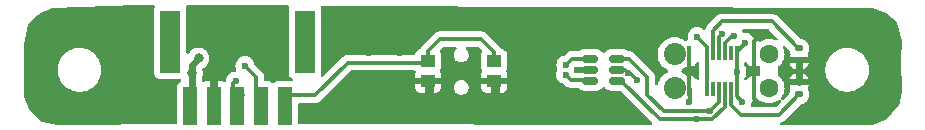
<source format=gbr>
%TF.GenerationSoftware,KiCad,Pcbnew,8.0.5*%
%TF.CreationDate,2025-06-09T13:31:45+03:00*%
%TF.ProjectId,Secondary Board,5365636f-6e64-4617-9279-20426f617264,rev?*%
%TF.SameCoordinates,Original*%
%TF.FileFunction,Copper,L1,Top*%
%TF.FilePolarity,Positive*%
%FSLAX46Y46*%
G04 Gerber Fmt 4.6, Leading zero omitted, Abs format (unit mm)*
G04 Created by KiCad (PCBNEW 8.0.5) date 2025-06-09 13:31:45*
%MOMM*%
%LPD*%
G01*
G04 APERTURE LIST*
G04 Aperture macros list*
%AMRoundRect*
0 Rectangle with rounded corners*
0 $1 Rounding radius*
0 $2 $3 $4 $5 $6 $7 $8 $9 X,Y pos of 4 corners*
0 Add a 4 corners polygon primitive as box body*
4,1,4,$2,$3,$4,$5,$6,$7,$8,$9,$2,$3,0*
0 Add four circle primitives for the rounded corners*
1,1,$1+$1,$2,$3*
1,1,$1+$1,$4,$5*
1,1,$1+$1,$6,$7*
1,1,$1+$1,$8,$9*
0 Add four rect primitives between the rounded corners*
20,1,$1+$1,$2,$3,$4,$5,0*
20,1,$1+$1,$4,$5,$6,$7,0*
20,1,$1+$1,$6,$7,$8,$9,0*
20,1,$1+$1,$8,$9,$2,$3,0*%
G04 Aperture macros list end*
%TA.AperFunction,SMDPad,CuDef*%
%ADD10R,1.244600X3.200400*%
%TD*%
%TA.AperFunction,SMDPad,CuDef*%
%ADD11R,1.752600X5.359400*%
%TD*%
%TA.AperFunction,SMDPad,CuDef*%
%ADD12RoundRect,0.135000X0.185000X-0.135000X0.185000X0.135000X-0.185000X0.135000X-0.185000X-0.135000X0*%
%TD*%
%TA.AperFunction,SMDPad,CuDef*%
%ADD13R,0.300000X1.150000*%
%TD*%
%TA.AperFunction,ComponentPad*%
%ADD14C,1.875000*%
%TD*%
%TA.AperFunction,ComponentPad*%
%ADD15C,1.600000*%
%TD*%
%TA.AperFunction,SMDPad,CuDef*%
%ADD16R,1.200000X1.000000*%
%TD*%
%TA.AperFunction,SMDPad,CuDef*%
%ADD17RoundRect,0.150000X-0.512500X-0.150000X0.512500X-0.150000X0.512500X0.150000X-0.512500X0.150000X0*%
%TD*%
%TA.AperFunction,SMDPad,CuDef*%
%ADD18RoundRect,0.135000X-0.185000X0.135000X-0.185000X-0.135000X0.185000X-0.135000X0.185000X0.135000X0*%
%TD*%
%TA.AperFunction,ViaPad*%
%ADD19C,0.600000*%
%TD*%
%TA.AperFunction,ViaPad*%
%ADD20C,0.800000*%
%TD*%
%TA.AperFunction,Conductor*%
%ADD21C,0.300000*%
%TD*%
%TA.AperFunction,Conductor*%
%ADD22C,0.500000*%
%TD*%
%TA.AperFunction,Conductor*%
%ADD23C,0.600000*%
%TD*%
%TA.AperFunction,Conductor*%
%ADD24C,0.200000*%
%TD*%
%TA.AperFunction,Conductor*%
%ADD25C,0.700000*%
%TD*%
G04 APERTURE END LIST*
D10*
%TO.P,J3,1,1*%
%TO.N,/SIG*%
X132366600Y-97929999D03*
%TO.P,J3,2,2*%
%TO.N,/USB_N*%
X130366601Y-97929999D03*
%TO.P,J3,3,3*%
%TO.N,/USB_P*%
X128366600Y-97929999D03*
%TO.P,J3,4,4*%
%TO.N,GND*%
X126366599Y-97929999D03*
%TO.P,J3,5,5*%
%TO.N,/VBUS*%
X124366600Y-97929999D03*
D11*
%TO.P,J3,6*%
%TO.N,N/C*%
X134066601Y-92450000D03*
%TO.P,J3,7*%
X122666599Y-92450000D03*
%TD*%
D12*
%TO.P,R2,1,1*%
%TO.N,/CC2*%
X175925000Y-96935000D03*
%TO.P,R2,2,2*%
%TO.N,GND*%
X175925000Y-95915000D03*
%TD*%
D13*
%TO.P,J1,A1,GND_1*%
%TO.N,GND*%
X166625000Y-93465000D03*
%TO.P,J1,A4,VBUS_1*%
%TO.N,/VBUS*%
X168125000Y-93465000D03*
%TO.P,J1,A5,CC1*%
%TO.N,/CC1*%
X168625000Y-93465000D03*
%TO.P,J1,A6,DP1*%
%TO.N,/USB_C_P*%
X169125000Y-93465000D03*
%TO.P,J1,A7,DN1*%
%TO.N,/USB_C_N*%
X169625000Y-93465000D03*
%TO.P,J1,A8,SBU1*%
%TO.N,unconnected-(J1-SBU1-PadA8)*%
X170125000Y-93465000D03*
%TO.P,J1,A9,VBUS_2*%
%TO.N,/VBUS*%
X170625000Y-93465000D03*
%TO.P,J1,A12,GND_2*%
%TO.N,GND*%
X172125000Y-93465000D03*
%TO.P,J1,B1,GND_3*%
X172125000Y-96435000D03*
%TO.P,J1,B4,VBUS_3*%
%TO.N,/VBUS*%
X170625000Y-96435000D03*
%TO.P,J1,B5,CC2*%
%TO.N,/CC2*%
X170125000Y-96435000D03*
%TO.P,J1,B6,DP2*%
%TO.N,/USB_C_P*%
X169625000Y-96435000D03*
%TO.P,J1,B7,DN2*%
%TO.N,/USB_C_N*%
X169125000Y-96435000D03*
%TO.P,J1,B8,SBU2*%
%TO.N,unconnected-(J1-SBU2-PadB8)*%
X168625000Y-96435000D03*
%TO.P,J1,B9,VBUS_4*%
%TO.N,/VBUS*%
X168125000Y-96435000D03*
%TO.P,J1,B12,GND_4*%
%TO.N,GND*%
X166625000Y-96435000D03*
D14*
%TO.P,J1,MH1,MH1*%
%TO.N,unconnected-(J1-PadMH1)*%
X165375000Y-93520000D03*
D15*
%TO.P,J1,MH2,MH2*%
%TO.N,unconnected-(J1-PadMH2)*%
X173375000Y-93520000D03*
%TO.P,J1,MH3,MH3*%
%TO.N,unconnected-(J1-PadMH3)*%
X173375000Y-96380000D03*
D14*
%TO.P,J1,MH4,MH4*%
%TO.N,unconnected-(J1-PadMH4)*%
X165375000Y-96380000D03*
%TD*%
D16*
%TO.P,S2,1,1*%
%TO.N,/SIG*%
X150100000Y-94100000D03*
%TO.P,S2,2,2*%
%TO.N,GND*%
X150100000Y-95800000D03*
%TO.P,S2,3,3*%
%TO.N,/SIG*%
X144500000Y-94100000D03*
%TO.P,S2,4,4*%
%TO.N,GND*%
X144500000Y-95800000D03*
%TD*%
D17*
%TO.P,B1,1,I/O1_1*%
%TO.N,/USB_N*%
X158237500Y-93898000D03*
%TO.P,B1,2,GND*%
%TO.N,GND*%
X158237500Y-94848000D03*
%TO.P,B1,3,I/O2_1*%
%TO.N,/USB_P*%
X158237500Y-95798000D03*
%TO.P,B1,4,I/O2_2*%
%TO.N,/USB_C_P*%
X160512500Y-95798000D03*
%TO.P,B1,5,VBUS*%
%TO.N,/VBUS*%
X160512500Y-94848000D03*
%TO.P,B1,6,I/O1_2*%
%TO.N,/USB_C_N*%
X160512500Y-93898000D03*
%TD*%
D18*
%TO.P,R1,1,1*%
%TO.N,/CC1*%
X175925000Y-93015000D03*
%TO.P,R1,2,2*%
%TO.N,GND*%
X175925000Y-94035000D03*
%TD*%
D19*
%TO.N,/USB_C_P*%
X169415380Y-91788380D03*
X167275000Y-99048000D03*
%TO.N,/USB_C_N*%
X170389944Y-91953896D03*
X168337000Y-98348000D03*
%TO.N,/USB_N*%
X156162932Y-94433492D03*
X129000000Y-94500000D03*
%TO.N,GND*%
X175925000Y-95025000D03*
D20*
X113050000Y-91550000D03*
D19*
X154675000Y-93400000D03*
D20*
X179900000Y-98700000D03*
X163039944Y-93603896D03*
X111450000Y-96400000D03*
D19*
X166575000Y-97548000D03*
D20*
X147700000Y-98650000D03*
X139950000Y-98200000D03*
X113800000Y-98100000D03*
D19*
X166775000Y-94848000D03*
D20*
X120500000Y-91150000D03*
X117550000Y-91450000D03*
X134750000Y-98150000D03*
D19*
X144775000Y-96775000D03*
D20*
X137000000Y-98150000D03*
X182650000Y-91550000D03*
X159789944Y-97253896D03*
X155675000Y-98725000D03*
D19*
X129200000Y-93300000D03*
D20*
X161439944Y-98803896D03*
X111550000Y-93600000D03*
X177425000Y-98075000D03*
D19*
X139500000Y-93450000D03*
X171975000Y-94848000D03*
D20*
X119550000Y-93625000D03*
X150400000Y-98675000D03*
X182450000Y-97900000D03*
X126350000Y-95599998D03*
X152675000Y-98650000D03*
D19*
X157120840Y-94848000D03*
D20*
X119400000Y-96400000D03*
X177900000Y-91275000D03*
D19*
X124700000Y-90800000D03*
D20*
X142350000Y-98475000D03*
X144925000Y-98550000D03*
D19*
X172575000Y-97748000D03*
D20*
X138500000Y-96600000D03*
X120525000Y-98475000D03*
D19*
X153050000Y-93400000D03*
X137250000Y-93450000D03*
D20*
X154200000Y-97350000D03*
X156989944Y-97253896D03*
X179950000Y-90800000D03*
D19*
X172575000Y-91948000D03*
D20*
X141300000Y-96750000D03*
D19*
X142150000Y-93450000D03*
X131500000Y-93450000D03*
X127450000Y-94300000D03*
D20*
X117150000Y-97950000D03*
X158389944Y-98753896D03*
X183400000Y-94950000D03*
D19*
X150300000Y-96875000D03*
%TO.N,/USB_P*%
X156154234Y-95277449D03*
X128200000Y-95800000D03*
%TO.N,/VBUS*%
X171375000Y-92548000D03*
D20*
X125075000Y-93875000D03*
D19*
X171075000Y-97548000D03*
X167275000Y-92048000D03*
X161450000Y-95150000D03*
X162150000Y-95750000D03*
X170655000Y-95028000D03*
D20*
X124525000Y-95100000D03*
%TD*%
D21*
%TO.N,/CC1*%
X173594048Y-90748000D02*
X175864944Y-93018896D01*
X168625000Y-91518840D02*
X169395840Y-90748000D01*
X169395840Y-90748000D02*
X173594048Y-90748000D01*
X168625000Y-93465000D02*
X168625000Y-91518840D01*
%TO.N,/USB_C_P*%
X164123000Y-99048000D02*
X160873000Y-95798000D01*
X169415380Y-91788380D02*
X169125000Y-92078760D01*
X168575000Y-99048000D02*
X164123000Y-99048000D01*
X169125000Y-92078760D02*
X169125000Y-93465000D01*
X160873000Y-95798000D02*
X160512500Y-95798000D01*
X169625000Y-97998000D02*
X168575000Y-99048000D01*
X169625000Y-96435000D02*
X169625000Y-97998000D01*
%TO.N,/USB_C_N*%
X168337000Y-98348000D02*
X169125000Y-97560000D01*
X169625000Y-92590000D02*
X169625000Y-93465000D01*
X163075000Y-96938000D02*
X163075000Y-95475000D01*
X163075000Y-95475000D02*
X161498000Y-93898000D01*
X170389944Y-91953896D02*
X170261104Y-91953896D01*
X164485000Y-98348000D02*
X163075000Y-96938000D01*
X170261104Y-91953896D02*
X169625000Y-92590000D01*
X161498000Y-93898000D02*
X160512500Y-93898000D01*
X169125000Y-97560000D02*
X169125000Y-96435000D01*
X168337000Y-98348000D02*
X164485000Y-98348000D01*
%TO.N,/CC2*%
X170125000Y-96435000D02*
X170125000Y-97798000D01*
X170125000Y-97798000D02*
X170975000Y-98648000D01*
X170975000Y-98648000D02*
X174212000Y-98648000D01*
X174212000Y-98648000D02*
X175925000Y-96935000D01*
%TO.N,/USB_N*%
X129950000Y-96626423D02*
X130425000Y-97101423D01*
X129950000Y-95450000D02*
X129950000Y-96626423D01*
X156162932Y-94433492D02*
X156698424Y-93898000D01*
X156698424Y-93898000D02*
X158237500Y-93898000D01*
X129000000Y-94500000D02*
X129950000Y-95450000D01*
%TO.N,GND*%
X172125000Y-92398000D02*
X172575000Y-91948000D01*
D22*
X150300000Y-95800000D02*
X150300000Y-96875000D01*
D21*
X172125000Y-93465000D02*
X172125000Y-92398000D01*
X172125000Y-94698000D02*
X172125000Y-93465000D01*
X166625000Y-96435000D02*
X166625000Y-94998000D01*
D23*
X175925000Y-94035000D02*
X175925000Y-95025000D01*
D21*
X172125000Y-96435000D02*
X172125000Y-97298000D01*
D24*
X166625000Y-94998000D02*
X166775000Y-94848000D01*
X166625000Y-94698000D02*
X166775000Y-94848000D01*
D21*
X166662500Y-97460500D02*
X166662500Y-96435000D01*
D22*
X158450000Y-94848000D02*
X157120840Y-94848000D01*
D21*
X171975000Y-94848000D02*
X172125000Y-94998000D01*
X166625000Y-93465000D02*
X166625000Y-94698000D01*
X166575000Y-97548000D02*
X166662500Y-97460500D01*
D22*
X144775000Y-95700000D02*
X144775000Y-96775000D01*
D21*
X171975000Y-94848000D02*
X172125000Y-94698000D01*
D23*
X175925000Y-95915000D02*
X175925000Y-95025000D01*
D25*
X126350000Y-95650000D02*
X126350000Y-98024996D01*
D21*
X172125000Y-97298000D02*
X172575000Y-97748000D01*
X172125000Y-94998000D02*
X172125000Y-96435000D01*
%TO.N,/USB_P*%
X128200000Y-95800000D02*
X128000000Y-96000000D01*
X128000000Y-96000000D02*
X128000000Y-97346523D01*
X156593181Y-95716396D02*
X158596194Y-95716396D01*
X128625000Y-96801423D02*
X128825000Y-97001423D01*
X156154234Y-95277449D02*
X156593181Y-95716396D01*
%TO.N,/VBUS*%
X170625000Y-96435000D02*
X170625000Y-97098000D01*
D23*
X124525000Y-96978600D02*
X124525000Y-94425000D01*
X124525000Y-94425000D02*
X125125001Y-93824999D01*
D21*
X168125000Y-92898000D02*
X167275000Y-92048000D01*
X161550000Y-95150000D02*
X161562500Y-95150000D01*
X161148000Y-94848000D02*
X161450000Y-95150000D01*
X161475000Y-95125000D02*
X161475000Y-95048000D01*
X170625000Y-97098000D02*
X171075000Y-97548000D01*
X162150000Y-95737500D02*
X162150000Y-95750000D01*
X161450000Y-95150000D02*
X161475000Y-95125000D01*
X160300000Y-94848000D02*
X161148000Y-94848000D01*
X171375000Y-92548000D02*
X170625000Y-93298000D01*
X161562500Y-95150000D02*
X162150000Y-95737500D01*
X170625000Y-93298000D02*
X170625000Y-93465000D01*
X168125000Y-96435000D02*
X168125000Y-93465000D01*
X170625000Y-96435000D02*
X170625000Y-93465000D01*
X168125000Y-93465000D02*
X168125000Y-92898000D01*
%TO.N,/SIG*%
X149000000Y-92250000D02*
X150100000Y-93350000D01*
X145500000Y-92250000D02*
X149000000Y-92250000D01*
X144500000Y-93250000D02*
X145500000Y-92250000D01*
X137700000Y-94250000D02*
X144350000Y-94250000D01*
X132098577Y-97001423D02*
X134948577Y-97001423D01*
X144500000Y-94100000D02*
X144675000Y-94100000D01*
X144675000Y-94100000D02*
X144925000Y-94350000D01*
X150100000Y-93350000D02*
X150100000Y-94100000D01*
X144500000Y-94100000D02*
X144500000Y-93250000D01*
X144350000Y-94250000D02*
X144500000Y-94100000D01*
X134948577Y-97001423D02*
X137700000Y-94250000D01*
%TD*%
%TA.AperFunction,Conductor*%
%TO.N,GND*%
G36*
X182125875Y-89599903D02*
G01*
X182172327Y-89609134D01*
X183233828Y-90043384D01*
X183263714Y-90060827D01*
X184166333Y-90773421D01*
X184206754Y-90830411D01*
X184210047Y-90841698D01*
X184596307Y-92444675D01*
X184599740Y-92475766D01*
X184575762Y-93931229D01*
X184575056Y-93974104D01*
X184575510Y-94023889D01*
X184599874Y-96696257D01*
X184597112Y-96723437D01*
X184346733Y-97888664D01*
X184318925Y-97944148D01*
X183398974Y-98998258D01*
X183353374Y-99031130D01*
X182183032Y-99520371D01*
X182135035Y-99529965D01*
X174424870Y-99519295D01*
X174357858Y-99499518D01*
X174312176Y-99446650D01*
X174302329Y-99377478D01*
X174331442Y-99313963D01*
X174390272Y-99276270D01*
X174400851Y-99273678D01*
X174401744Y-99273501D01*
X174520127Y-99224465D01*
X174549531Y-99204818D01*
X174626669Y-99153277D01*
X176038127Y-97741817D01*
X176099450Y-97708333D01*
X176125808Y-97705499D01*
X176174168Y-97705499D01*
X176174180Y-97705499D01*
X176210204Y-97702665D01*
X176364393Y-97657869D01*
X176502598Y-97576135D01*
X176616135Y-97462598D01*
X176697869Y-97324393D01*
X176742665Y-97170204D01*
X176745500Y-97134181D01*
X176745499Y-96735820D01*
X176742665Y-96699796D01*
X176697869Y-96545607D01*
X176663581Y-96487629D01*
X176646398Y-96419905D01*
X176663582Y-96361386D01*
X176697404Y-96304196D01*
X176697405Y-96304194D01*
X176737844Y-96165000D01*
X176185409Y-96165000D01*
X176175682Y-96164618D01*
X176174182Y-96164500D01*
X175675831Y-96164500D01*
X175675806Y-96164501D01*
X175674332Y-96164618D01*
X175664607Y-96165000D01*
X175112156Y-96165000D01*
X175152594Y-96304193D01*
X175186419Y-96361388D01*
X175203601Y-96429112D01*
X175186419Y-96487628D01*
X175152130Y-96545607D01*
X175152129Y-96545611D01*
X175107335Y-96699791D01*
X175107334Y-96699797D01*
X175104500Y-96735811D01*
X175104500Y-96784191D01*
X175084815Y-96851230D01*
X175068181Y-96871872D01*
X174569424Y-97370628D01*
X174508101Y-97404113D01*
X174438409Y-97399129D01*
X174382476Y-97357257D01*
X174358059Y-97291793D01*
X174372911Y-97223520D01*
X174380160Y-97211836D01*
X174505568Y-97032734D01*
X174601739Y-96826496D01*
X174660635Y-96606692D01*
X174680468Y-96380000D01*
X174678839Y-96361386D01*
X174671888Y-96281926D01*
X174660635Y-96153308D01*
X174601739Y-95933504D01*
X174505568Y-95727266D01*
X174461969Y-95665000D01*
X175112156Y-95665000D01*
X175675000Y-95665000D01*
X176175000Y-95665000D01*
X176737844Y-95665000D01*
X176697404Y-95525805D01*
X176615738Y-95387714D01*
X176615731Y-95387705D01*
X176502294Y-95274268D01*
X176502285Y-95274261D01*
X176364191Y-95192593D01*
X176364188Y-95192592D01*
X176210130Y-95147834D01*
X176175000Y-95145068D01*
X176175000Y-95665000D01*
X175675000Y-95665000D01*
X175675000Y-95145068D01*
X175674999Y-95145068D01*
X175639869Y-95147834D01*
X175639868Y-95147834D01*
X175485811Y-95192592D01*
X175485808Y-95192593D01*
X175347714Y-95274261D01*
X175347705Y-95274268D01*
X175234268Y-95387705D01*
X175234261Y-95387714D01*
X175152595Y-95525805D01*
X175112156Y-95665000D01*
X174461969Y-95665000D01*
X174377972Y-95545038D01*
X174375045Y-95540858D01*
X174214140Y-95379953D01*
X174170394Y-95349322D01*
X174126769Y-95294745D01*
X174119576Y-95225247D01*
X174126957Y-95200293D01*
X174135119Y-95180588D01*
X174135119Y-95180585D01*
X174135122Y-95180580D01*
X174165500Y-95027857D01*
X174165500Y-94872143D01*
X174135122Y-94719420D01*
X174126955Y-94699705D01*
X174119486Y-94630238D01*
X174150759Y-94567758D01*
X174170386Y-94550682D01*
X174214139Y-94520047D01*
X174375047Y-94359139D01*
X174426959Y-94285000D01*
X175112156Y-94285000D01*
X175152595Y-94424194D01*
X175234261Y-94562285D01*
X175234268Y-94562294D01*
X175347705Y-94675731D01*
X175347714Y-94675738D01*
X175485808Y-94757406D01*
X175485811Y-94757407D01*
X175639871Y-94802166D01*
X175639877Y-94802167D01*
X175675000Y-94804931D01*
X175675000Y-94804930D01*
X176175000Y-94804930D01*
X176210122Y-94802167D01*
X176210128Y-94802166D01*
X176364188Y-94757407D01*
X176364191Y-94757406D01*
X176422682Y-94722815D01*
X178134556Y-94722815D01*
X178134556Y-94965392D01*
X178166217Y-95205889D01*
X178229003Y-95440208D01*
X178307700Y-95630198D01*
X178321832Y-95664316D01*
X178443120Y-95874393D01*
X178443122Y-95874396D01*
X178443123Y-95874397D01*
X178590789Y-96066840D01*
X178590795Y-96066847D01*
X178762312Y-96238364D01*
X178762319Y-96238370D01*
X178833335Y-96292862D01*
X178954767Y-96386040D01*
X179164844Y-96507328D01*
X179388956Y-96600158D01*
X179623267Y-96662942D01*
X179803642Y-96686688D01*
X179863767Y-96694604D01*
X179863768Y-96694604D01*
X180106345Y-96694604D01*
X180154444Y-96688271D01*
X180346845Y-96662942D01*
X180581156Y-96600158D01*
X180805268Y-96507328D01*
X181015345Y-96386040D01*
X181207794Y-96238369D01*
X181379321Y-96066842D01*
X181526992Y-95874393D01*
X181648280Y-95664316D01*
X181741110Y-95440204D01*
X181803894Y-95205893D01*
X181835556Y-94965392D01*
X181835556Y-94722816D01*
X181833537Y-94707483D01*
X181821065Y-94612747D01*
X181803894Y-94482315D01*
X181741110Y-94248004D01*
X181737499Y-94239286D01*
X181648281Y-94023894D01*
X181648278Y-94023889D01*
X181633179Y-93997737D01*
X181526992Y-93813815D01*
X181399226Y-93647307D01*
X181379322Y-93621367D01*
X181379316Y-93621360D01*
X181207799Y-93449843D01*
X181207792Y-93449837D01*
X181015349Y-93302171D01*
X181015348Y-93302170D01*
X181015345Y-93302168D01*
X180805268Y-93180880D01*
X180797217Y-93177545D01*
X180581160Y-93088051D01*
X180442355Y-93050858D01*
X180346845Y-93025266D01*
X180346844Y-93025265D01*
X180346841Y-93025265D01*
X180106345Y-92993604D01*
X180106344Y-92993604D01*
X179863768Y-92993604D01*
X179863767Y-92993604D01*
X179623270Y-93025265D01*
X179388951Y-93088051D01*
X179164850Y-93180877D01*
X179164841Y-93180881D01*
X178954762Y-93302171D01*
X178762319Y-93449837D01*
X178762312Y-93449843D01*
X178590795Y-93621360D01*
X178590789Y-93621367D01*
X178443123Y-93813810D01*
X178321833Y-94023889D01*
X178321831Y-94023894D01*
X178229003Y-94247999D01*
X178166217Y-94482318D01*
X178134556Y-94722815D01*
X176422682Y-94722815D01*
X176502285Y-94675738D01*
X176502294Y-94675731D01*
X176615731Y-94562294D01*
X176615738Y-94562285D01*
X176697404Y-94424194D01*
X176737844Y-94285000D01*
X176175000Y-94285000D01*
X176175000Y-94804930D01*
X175675000Y-94804930D01*
X175675000Y-94285000D01*
X175112156Y-94285000D01*
X174426959Y-94285000D01*
X174505568Y-94172734D01*
X174601739Y-93966496D01*
X174660635Y-93746692D01*
X174680468Y-93520000D01*
X174680467Y-93519994D01*
X174670354Y-93404393D01*
X174660635Y-93293308D01*
X174609944Y-93104124D01*
X174601741Y-93073511D01*
X174601738Y-93073502D01*
X174589351Y-93046939D01*
X174551306Y-92965352D01*
X174540815Y-92896277D01*
X174569334Y-92832493D01*
X174627811Y-92794253D01*
X174697678Y-92793698D01*
X174751370Y-92825268D01*
X175069096Y-93142994D01*
X175102581Y-93204317D01*
X175105033Y-93220948D01*
X175107335Y-93250205D01*
X175152129Y-93404388D01*
X175152130Y-93404391D01*
X175186419Y-93462371D01*
X175203601Y-93530095D01*
X175186419Y-93588611D01*
X175152594Y-93645806D01*
X175112156Y-93785000D01*
X175664591Y-93785000D01*
X175674318Y-93785382D01*
X175674516Y-93785397D01*
X175675819Y-93785500D01*
X176174180Y-93785499D01*
X176174193Y-93785498D01*
X176175668Y-93785382D01*
X176185393Y-93785000D01*
X176737844Y-93785000D01*
X176697404Y-93645805D01*
X176663581Y-93588612D01*
X176646398Y-93520888D01*
X176663582Y-93462369D01*
X176697869Y-93404393D01*
X176742665Y-93250204D01*
X176745500Y-93214181D01*
X176745499Y-92815820D01*
X176742665Y-92779796D01*
X176697869Y-92625607D01*
X176616135Y-92487402D01*
X176616133Y-92487400D01*
X176616130Y-92487396D01*
X176502603Y-92373869D01*
X176502595Y-92373863D01*
X176364393Y-92292131D01*
X176364388Y-92292129D01*
X176210208Y-92247335D01*
X176210202Y-92247334D01*
X176174188Y-92244500D01*
X176174181Y-92244500D01*
X176061856Y-92244500D01*
X175994817Y-92224815D01*
X175974175Y-92208181D01*
X174008722Y-90242727D01*
X174008721Y-90242726D01*
X174008717Y-90242723D01*
X173902175Y-90171535D01*
X173783792Y-90122499D01*
X173783786Y-90122497D01*
X173658119Y-90097500D01*
X173658117Y-90097500D01*
X169331771Y-90097500D01*
X169331769Y-90097500D01*
X169206101Y-90122497D01*
X169206095Y-90122499D01*
X169087710Y-90171535D01*
X168981171Y-90242722D01*
X168981164Y-90242728D01*
X168119726Y-91104166D01*
X168048534Y-91210714D01*
X167999499Y-91329095D01*
X167999498Y-91329099D01*
X167993104Y-91361241D01*
X167960717Y-91423152D01*
X167900000Y-91457724D01*
X167830231Y-91453983D01*
X167783806Y-91424728D01*
X167777262Y-91418184D01*
X167624523Y-91322211D01*
X167454254Y-91262631D01*
X167454249Y-91262630D01*
X167275004Y-91242435D01*
X167274996Y-91242435D01*
X167095750Y-91262630D01*
X167095745Y-91262631D01*
X166925476Y-91322211D01*
X166772737Y-91418184D01*
X166645184Y-91545737D01*
X166549211Y-91698476D01*
X166489631Y-91868745D01*
X166489630Y-91868750D01*
X166469435Y-92047996D01*
X166469435Y-92048003D01*
X166489630Y-92227246D01*
X166489632Y-92227254D01*
X166490626Y-92230095D01*
X166490725Y-92232043D01*
X166491181Y-92234039D01*
X166490831Y-92234118D01*
X166494185Y-92299874D01*
X166459454Y-92360500D01*
X166397460Y-92392725D01*
X166386843Y-92394335D01*
X166367622Y-92396402D01*
X166360073Y-92398186D01*
X166359740Y-92396779D01*
X166298543Y-92401146D01*
X166248759Y-92377838D01*
X166204888Y-92343692D01*
X166164207Y-92312029D01*
X166044661Y-92247334D01*
X165954619Y-92198605D01*
X165954610Y-92198602D01*
X165729220Y-92121225D01*
X165572510Y-92095075D01*
X165494156Y-92082000D01*
X165255844Y-92082000D01*
X165197078Y-92091806D01*
X165020779Y-92121225D01*
X164795389Y-92198602D01*
X164795380Y-92198605D01*
X164585790Y-92312030D01*
X164585784Y-92312034D01*
X164397737Y-92458397D01*
X164397734Y-92458400D01*
X164236322Y-92633740D01*
X164105982Y-92833242D01*
X164010254Y-93051481D01*
X163951751Y-93282505D01*
X163932072Y-93519994D01*
X163932072Y-93520005D01*
X163951751Y-93757494D01*
X164010254Y-93988518D01*
X164105982Y-94206757D01*
X164236322Y-94406259D01*
X164236325Y-94406262D01*
X164236327Y-94406265D01*
X164397731Y-94581597D01*
X164397734Y-94581599D01*
X164397737Y-94581602D01*
X164585784Y-94727965D01*
X164585791Y-94727969D01*
X164585793Y-94727971D01*
X164729518Y-94805751D01*
X164779108Y-94854969D01*
X164794500Y-94914805D01*
X164794500Y-94985194D01*
X164774815Y-95052233D01*
X164729518Y-95094248D01*
X164701260Y-95109540D01*
X164585790Y-95172030D01*
X164585784Y-95172034D01*
X164397737Y-95318397D01*
X164397734Y-95318400D01*
X164397731Y-95318402D01*
X164397731Y-95318403D01*
X164356052Y-95363679D01*
X164236322Y-95493740D01*
X164105982Y-95693242D01*
X164010254Y-95911481D01*
X163969706Y-96071603D01*
X163934166Y-96131759D01*
X163871746Y-96163151D01*
X163802263Y-96155813D01*
X163747777Y-96112074D01*
X163725588Y-96045822D01*
X163725500Y-96041163D01*
X163725500Y-95410928D01*
X163700502Y-95285261D01*
X163700501Y-95285260D01*
X163700501Y-95285256D01*
X163653601Y-95172029D01*
X163651466Y-95166875D01*
X163651463Y-95166870D01*
X163651290Y-95166611D01*
X163638521Y-95147501D01*
X163580277Y-95060331D01*
X163580275Y-95060329D01*
X163580273Y-95060326D01*
X161912673Y-93392726D01*
X161912669Y-93392723D01*
X161806127Y-93321535D01*
X161759378Y-93302171D01*
X161687744Y-93272499D01*
X161687738Y-93272497D01*
X161562071Y-93247500D01*
X161562069Y-93247500D01*
X161490516Y-93247500D01*
X161427395Y-93230232D01*
X161321228Y-93167446D01*
X161285398Y-93146256D01*
X161285397Y-93146255D01*
X161285396Y-93146255D01*
X161285393Y-93146254D01*
X161127573Y-93100402D01*
X161127567Y-93100401D01*
X161090701Y-93097500D01*
X161090694Y-93097500D01*
X159934306Y-93097500D01*
X159934298Y-93097500D01*
X159897432Y-93100401D01*
X159897426Y-93100402D01*
X159739606Y-93146254D01*
X159739603Y-93146255D01*
X159598137Y-93229917D01*
X159598129Y-93229923D01*
X159481923Y-93346129D01*
X159481914Y-93346140D01*
X159481729Y-93346455D01*
X159481519Y-93346650D01*
X159477139Y-93352298D01*
X159476227Y-93351591D01*
X159430657Y-93394136D01*
X159361915Y-93406637D01*
X159297327Y-93379988D01*
X159273143Y-93352078D01*
X159272861Y-93352298D01*
X159268823Y-93347092D01*
X159268271Y-93346455D01*
X159268085Y-93346140D01*
X159268076Y-93346129D01*
X159151870Y-93229923D01*
X159151862Y-93229917D01*
X159046228Y-93167446D01*
X159010398Y-93146256D01*
X159010397Y-93146255D01*
X159010396Y-93146255D01*
X159010393Y-93146254D01*
X158852573Y-93100402D01*
X158852567Y-93100401D01*
X158815701Y-93097500D01*
X158815694Y-93097500D01*
X157659306Y-93097500D01*
X157659298Y-93097500D01*
X157622432Y-93100401D01*
X157622426Y-93100402D01*
X157464606Y-93146254D01*
X157464603Y-93146255D01*
X157322605Y-93230232D01*
X157259484Y-93247500D01*
X156634353Y-93247500D01*
X156508685Y-93272497D01*
X156508679Y-93272499D01*
X156390298Y-93321534D01*
X156283755Y-93392723D01*
X156064707Y-93611770D01*
X156003384Y-93645254D01*
X155990920Y-93647307D01*
X155983684Y-93648122D01*
X155983676Y-93648124D01*
X155813410Y-93707702D01*
X155660669Y-93803676D01*
X155533116Y-93931229D01*
X155437143Y-94083968D01*
X155377563Y-94254237D01*
X155377562Y-94254242D01*
X155357367Y-94433488D01*
X155357367Y-94433495D01*
X155377562Y-94612741D01*
X155377565Y-94612754D01*
X155437142Y-94783013D01*
X155440163Y-94789286D01*
X155438931Y-94789878D01*
X155455868Y-94849815D01*
X155436871Y-94914514D01*
X155428445Y-94927924D01*
X155428444Y-94927927D01*
X155368867Y-95098186D01*
X155368864Y-95098199D01*
X155348669Y-95277445D01*
X155348669Y-95277452D01*
X155368864Y-95456698D01*
X155368865Y-95456703D01*
X155428445Y-95626972D01*
X155491465Y-95727267D01*
X155524418Y-95779711D01*
X155651972Y-95907265D01*
X155706102Y-95941277D01*
X155755396Y-95972251D01*
X155804712Y-96003238D01*
X155974979Y-96062817D01*
X155982208Y-96063631D01*
X156046622Y-96090695D01*
X156056000Y-96099161D01*
X156119990Y-96163151D01*
X156178512Y-96221673D01*
X156178513Y-96221674D01*
X156268685Y-96281925D01*
X156268689Y-96281926D01*
X156268690Y-96281927D01*
X156285054Y-96292861D01*
X156285055Y-96292861D01*
X156285056Y-96292862D01*
X156306794Y-96301866D01*
X156403437Y-96341897D01*
X156403441Y-96341897D01*
X156403442Y-96341898D01*
X156529109Y-96366896D01*
X156529112Y-96366896D01*
X157172588Y-96366896D01*
X157239627Y-96386581D01*
X157260264Y-96403210D01*
X157323135Y-96466081D01*
X157464602Y-96549744D01*
X157506224Y-96561836D01*
X157622426Y-96595597D01*
X157622429Y-96595597D01*
X157622431Y-96595598D01*
X157659306Y-96598500D01*
X157659314Y-96598500D01*
X158815686Y-96598500D01*
X158815694Y-96598500D01*
X158852569Y-96595598D01*
X158852571Y-96595597D01*
X158852573Y-96595597D01*
X158894191Y-96583505D01*
X159010398Y-96549744D01*
X159151865Y-96466081D01*
X159268081Y-96349865D01*
X159268267Y-96349549D01*
X159268477Y-96349353D01*
X159272861Y-96343702D01*
X159273772Y-96344409D01*
X159319336Y-96301866D01*
X159388077Y-96289362D01*
X159452667Y-96316006D01*
X159476855Y-96343921D01*
X159477139Y-96343702D01*
X159481179Y-96348911D01*
X159481732Y-96349548D01*
X159481919Y-96349865D01*
X159481921Y-96349867D01*
X159481923Y-96349870D01*
X159598129Y-96466076D01*
X159598133Y-96466079D01*
X159598135Y-96466081D01*
X159739602Y-96549744D01*
X159781224Y-96561836D01*
X159897426Y-96595597D01*
X159897429Y-96595597D01*
X159897431Y-96595598D01*
X159934306Y-96598500D01*
X160702192Y-96598500D01*
X160769231Y-96618185D01*
X160789873Y-96634819D01*
X163447356Y-99292302D01*
X163480841Y-99353625D01*
X163475857Y-99423317D01*
X163433985Y-99479250D01*
X163368521Y-99503667D01*
X163359503Y-99503983D01*
X133613227Y-99462823D01*
X133546215Y-99443046D01*
X133500533Y-99390178D01*
X133489399Y-99338827D01*
X133489399Y-97775922D01*
X133509084Y-97708884D01*
X133561888Y-97663129D01*
X133613399Y-97651923D01*
X135012648Y-97651923D01*
X135097192Y-97635105D01*
X135138321Y-97626924D01*
X135256704Y-97577888D01*
X135278236Y-97563501D01*
X135288029Y-97556958D01*
X135352443Y-97513918D01*
X135363246Y-97506700D01*
X136522102Y-96347844D01*
X143400000Y-96347844D01*
X143406401Y-96407372D01*
X143406403Y-96407379D01*
X143456645Y-96542086D01*
X143456649Y-96542093D01*
X143542809Y-96657187D01*
X143542812Y-96657190D01*
X143657906Y-96743350D01*
X143657913Y-96743354D01*
X143792620Y-96793596D01*
X143792627Y-96793598D01*
X143852155Y-96799999D01*
X143852172Y-96800000D01*
X144250000Y-96800000D01*
X144750000Y-96800000D01*
X145147828Y-96800000D01*
X145147844Y-96799999D01*
X145207372Y-96793598D01*
X145207379Y-96793596D01*
X145342086Y-96743354D01*
X145342093Y-96743350D01*
X145457187Y-96657190D01*
X145457190Y-96657187D01*
X145543350Y-96542093D01*
X145543354Y-96542086D01*
X145593596Y-96407379D01*
X145593598Y-96407372D01*
X145599999Y-96347844D01*
X145600000Y-96347827D01*
X145600000Y-96263389D01*
X146674500Y-96263389D01*
X146674500Y-96386610D01*
X146698535Y-96507444D01*
X146698538Y-96507454D01*
X146745687Y-96621283D01*
X146745692Y-96621292D01*
X146814141Y-96723732D01*
X146814144Y-96723736D01*
X146901263Y-96810855D01*
X146901267Y-96810858D01*
X147003707Y-96879307D01*
X147003713Y-96879310D01*
X147003714Y-96879311D01*
X147117548Y-96926463D01*
X147221919Y-96947223D01*
X147238389Y-96950499D01*
X147238393Y-96950500D01*
X147238394Y-96950500D01*
X147361607Y-96950500D01*
X147361608Y-96950499D01*
X147482452Y-96926463D01*
X147596286Y-96879311D01*
X147698733Y-96810858D01*
X147785858Y-96723733D01*
X147854311Y-96621286D01*
X147901463Y-96507452D01*
X147925500Y-96386606D01*
X147925500Y-96347844D01*
X149000000Y-96347844D01*
X149006401Y-96407372D01*
X149006403Y-96407379D01*
X149056645Y-96542086D01*
X149056649Y-96542093D01*
X149142809Y-96657187D01*
X149142812Y-96657190D01*
X149257906Y-96743350D01*
X149257913Y-96743354D01*
X149392620Y-96793596D01*
X149392627Y-96793598D01*
X149452155Y-96799999D01*
X149452172Y-96800000D01*
X149850000Y-96800000D01*
X150350000Y-96800000D01*
X150747828Y-96800000D01*
X150747844Y-96799999D01*
X150807372Y-96793598D01*
X150807379Y-96793596D01*
X150942086Y-96743354D01*
X150942093Y-96743350D01*
X151057187Y-96657190D01*
X151057190Y-96657187D01*
X151143350Y-96542093D01*
X151143354Y-96542086D01*
X151193596Y-96407379D01*
X151193598Y-96407372D01*
X151199999Y-96347844D01*
X151200000Y-96347827D01*
X151200000Y-96050000D01*
X150350000Y-96050000D01*
X150350000Y-96800000D01*
X149850000Y-96800000D01*
X149850000Y-96050000D01*
X149000000Y-96050000D01*
X149000000Y-96347844D01*
X147925500Y-96347844D01*
X147925500Y-96263394D01*
X147901463Y-96142548D01*
X147854311Y-96028714D01*
X147854310Y-96028713D01*
X147854307Y-96028707D01*
X147785858Y-95926267D01*
X147785855Y-95926263D01*
X147698736Y-95839144D01*
X147698732Y-95839141D01*
X147596292Y-95770692D01*
X147596283Y-95770687D01*
X147491457Y-95727267D01*
X147482452Y-95723537D01*
X147482448Y-95723536D01*
X147482444Y-95723535D01*
X147361610Y-95699500D01*
X147361606Y-95699500D01*
X147238394Y-95699500D01*
X147238389Y-95699500D01*
X147117555Y-95723535D01*
X147117545Y-95723538D01*
X147003716Y-95770687D01*
X147003707Y-95770692D01*
X146901267Y-95839141D01*
X146901263Y-95839144D01*
X146814144Y-95926263D01*
X146814141Y-95926267D01*
X146745692Y-96028707D01*
X146745687Y-96028716D01*
X146698538Y-96142545D01*
X146698535Y-96142555D01*
X146674500Y-96263389D01*
X145600000Y-96263389D01*
X145600000Y-96050000D01*
X144750000Y-96050000D01*
X144750000Y-96800000D01*
X144250000Y-96800000D01*
X144250000Y-96050000D01*
X143400000Y-96050000D01*
X143400000Y-96347844D01*
X136522102Y-96347844D01*
X137933127Y-94936819D01*
X137994450Y-94903334D01*
X138020808Y-94900500D01*
X143336764Y-94900500D01*
X143403803Y-94920185D01*
X143449558Y-94972989D01*
X143459502Y-95042147D01*
X143452946Y-95067833D01*
X143406403Y-95192620D01*
X143406401Y-95192627D01*
X143400000Y-95252155D01*
X143400000Y-95550000D01*
X145600000Y-95550000D01*
X145600000Y-95252172D01*
X145599999Y-95252155D01*
X145593598Y-95192627D01*
X145593596Y-95192620D01*
X145543354Y-95057913D01*
X145543352Y-95057910D01*
X145518512Y-95024728D01*
X145494094Y-94959264D01*
X145508945Y-94890990D01*
X145518505Y-94876114D01*
X145543796Y-94842331D01*
X145594091Y-94707483D01*
X145600500Y-94647873D01*
X145600499Y-93552128D01*
X145594091Y-93492517D01*
X145582847Y-93462371D01*
X145543797Y-93357671D01*
X145543795Y-93357668D01*
X145509069Y-93311280D01*
X145484652Y-93245818D01*
X145499503Y-93177545D01*
X145520648Y-93149296D01*
X145733128Y-92936816D01*
X145794450Y-92903334D01*
X145820808Y-92900500D01*
X146790546Y-92900500D01*
X146857585Y-92920185D01*
X146903340Y-92972989D01*
X146913284Y-93042147D01*
X146884259Y-93105703D01*
X146878227Y-93112181D01*
X146814144Y-93176263D01*
X146814141Y-93176267D01*
X146745692Y-93278707D01*
X146745687Y-93278716D01*
X146698538Y-93392545D01*
X146698535Y-93392555D01*
X146674500Y-93513389D01*
X146674500Y-93636610D01*
X146698535Y-93757444D01*
X146698537Y-93757452D01*
X146698556Y-93757498D01*
X146745687Y-93871283D01*
X146745692Y-93871292D01*
X146814141Y-93973732D01*
X146814144Y-93973736D01*
X146901263Y-94060855D01*
X146901267Y-94060858D01*
X147003707Y-94129307D01*
X147003713Y-94129310D01*
X147003714Y-94129311D01*
X147117548Y-94176463D01*
X147238389Y-94200499D01*
X147238393Y-94200500D01*
X147238394Y-94200500D01*
X147361607Y-94200500D01*
X147361608Y-94200499D01*
X147482452Y-94176463D01*
X147596286Y-94129311D01*
X147698733Y-94060858D01*
X147785858Y-93973733D01*
X147854311Y-93871286D01*
X147901463Y-93757452D01*
X147925500Y-93636606D01*
X147925500Y-93513394D01*
X147901463Y-93392548D01*
X147854311Y-93278714D01*
X147854310Y-93278713D01*
X147854307Y-93278707D01*
X147785858Y-93176267D01*
X147785855Y-93176263D01*
X147721773Y-93112181D01*
X147688288Y-93050858D01*
X147693272Y-92981166D01*
X147735144Y-92925233D01*
X147800608Y-92900816D01*
X147809454Y-92900500D01*
X148679192Y-92900500D01*
X148746231Y-92920185D01*
X148766873Y-92936819D01*
X149037017Y-93206963D01*
X149070502Y-93268286D01*
X149065518Y-93337978D01*
X149058168Y-93354071D01*
X149056204Y-93357667D01*
X149005908Y-93492517D01*
X148999501Y-93552116D01*
X148999501Y-93552123D01*
X148999500Y-93552135D01*
X148999500Y-94647870D01*
X148999501Y-94647876D01*
X149005908Y-94707483D01*
X149056202Y-94842328D01*
X149056204Y-94842331D01*
X149081487Y-94876105D01*
X149105905Y-94941568D01*
X149091054Y-95009841D01*
X149081488Y-95024726D01*
X149056649Y-95057906D01*
X149056645Y-95057913D01*
X149006403Y-95192620D01*
X149006401Y-95192627D01*
X149000000Y-95252155D01*
X149000000Y-95550000D01*
X151200000Y-95550000D01*
X151200000Y-95252172D01*
X151199999Y-95252155D01*
X151193598Y-95192627D01*
X151193596Y-95192620D01*
X151143354Y-95057913D01*
X151143352Y-95057910D01*
X151118512Y-95024728D01*
X151094094Y-94959264D01*
X151108945Y-94890990D01*
X151118505Y-94876114D01*
X151143796Y-94842331D01*
X151194091Y-94707483D01*
X151200500Y-94647873D01*
X151200499Y-93552128D01*
X151194091Y-93492517D01*
X151182847Y-93462371D01*
X151143797Y-93357671D01*
X151143793Y-93357664D01*
X151057547Y-93242455D01*
X151057544Y-93242452D01*
X150942335Y-93156206D01*
X150942328Y-93156202D01*
X150807482Y-93105908D01*
X150807484Y-93105908D01*
X150769984Y-93101877D01*
X150705433Y-93075139D01*
X150681299Y-93045970D01*
X150679850Y-93046939D01*
X150664856Y-93024499D01*
X150664855Y-93024498D01*
X150657745Y-93013857D01*
X150605277Y-92935331D01*
X150605275Y-92935329D01*
X150605273Y-92935326D01*
X149414673Y-91744726D01*
X149414666Y-91744721D01*
X149308127Y-91673535D01*
X149304334Y-91671964D01*
X149189744Y-91624499D01*
X149189738Y-91624497D01*
X149064071Y-91599500D01*
X149064069Y-91599500D01*
X145435931Y-91599500D01*
X145435929Y-91599500D01*
X145310261Y-91624497D01*
X145310257Y-91624498D01*
X145288934Y-91633331D01*
X145288933Y-91633331D01*
X145191881Y-91673530D01*
X145191863Y-91673540D01*
X145085332Y-91744721D01*
X145085325Y-91744727D01*
X143994726Y-92835326D01*
X143931395Y-92930110D01*
X143931394Y-92930112D01*
X143923534Y-92941873D01*
X143886683Y-93030840D01*
X143842841Y-93085243D01*
X143799437Y-93101456D01*
X143800068Y-93104124D01*
X143792520Y-93105907D01*
X143657671Y-93156202D01*
X143657664Y-93156206D01*
X143542455Y-93242452D01*
X143542452Y-93242455D01*
X143456206Y-93357664D01*
X143456202Y-93357671D01*
X143405908Y-93492517D01*
X143404126Y-93500062D01*
X143401853Y-93499525D01*
X143379571Y-93553312D01*
X143322177Y-93593157D01*
X143283024Y-93599500D01*
X137635929Y-93599500D01*
X137510261Y-93624497D01*
X137510255Y-93624499D01*
X137401868Y-93669394D01*
X137401868Y-93669395D01*
X137391873Y-93673535D01*
X137391869Y-93673537D01*
X137285326Y-93744726D01*
X135628362Y-95401690D01*
X135567039Y-95435175D01*
X135497347Y-95430191D01*
X135441414Y-95388319D01*
X135416997Y-95322855D01*
X135424499Y-95270677D01*
X135436992Y-95237183D01*
X135443401Y-95177573D01*
X135443400Y-89722428D01*
X135436992Y-89662817D01*
X135436991Y-89662814D01*
X135406131Y-89580073D01*
X135401147Y-89510381D01*
X135434632Y-89449058D01*
X135495956Y-89415574D01*
X135522799Y-89412742D01*
X182125875Y-89599903D01*
G37*
%TD.AperFunction*%
%TA.AperFunction,Conductor*%
G36*
X121232790Y-89355352D02*
G01*
X121299749Y-89375306D01*
X121345291Y-89428293D01*
X121354957Y-89497491D01*
X121348473Y-89522683D01*
X121296208Y-89662814D01*
X121296207Y-89662816D01*
X121289800Y-89722416D01*
X121289800Y-89722423D01*
X121289799Y-89722435D01*
X121289799Y-95177570D01*
X121289800Y-95177576D01*
X121296207Y-95237183D01*
X121346501Y-95372028D01*
X121346505Y-95372035D01*
X121432751Y-95487244D01*
X121432754Y-95487247D01*
X121547963Y-95573493D01*
X121547970Y-95573497D01*
X121682816Y-95623791D01*
X121682815Y-95623791D01*
X121689743Y-95624535D01*
X121742426Y-95630200D01*
X123500519Y-95630199D01*
X123567558Y-95649884D01*
X123613313Y-95702687D01*
X123623257Y-95771846D01*
X123594232Y-95835402D01*
X123543853Y-95870381D01*
X123501969Y-95886002D01*
X123501964Y-95886005D01*
X123386755Y-95972251D01*
X123386752Y-95972254D01*
X123300506Y-96087463D01*
X123300502Y-96087470D01*
X123250208Y-96222316D01*
X123243801Y-96281915D01*
X123243800Y-96281928D01*
X123243800Y-99324302D01*
X123224115Y-99391341D01*
X123171311Y-99437096D01*
X123119628Y-99448302D01*
X120085080Y-99444104D01*
X120085077Y-99444104D01*
X120085056Y-99444104D01*
X116879048Y-99481501D01*
X113161374Y-99524867D01*
X113138781Y-99523058D01*
X111885484Y-99306141D01*
X111823326Y-99275807D01*
X110795858Y-98343918D01*
X110764358Y-98298928D01*
X110707781Y-98160314D01*
X110284333Y-97122866D01*
X110275141Y-97075302D01*
X110288661Y-94722815D01*
X113149500Y-94722815D01*
X113149500Y-94965392D01*
X113181161Y-95205889D01*
X113243947Y-95440208D01*
X113322644Y-95630198D01*
X113336776Y-95664316D01*
X113458064Y-95874393D01*
X113458066Y-95874396D01*
X113458067Y-95874397D01*
X113605733Y-96066840D01*
X113605739Y-96066847D01*
X113777256Y-96238364D01*
X113777263Y-96238370D01*
X113848279Y-96292862D01*
X113969711Y-96386040D01*
X114179788Y-96507328D01*
X114403900Y-96600158D01*
X114638211Y-96662942D01*
X114818586Y-96686688D01*
X114878711Y-96694604D01*
X114878712Y-96694604D01*
X115121289Y-96694604D01*
X115169388Y-96688271D01*
X115361789Y-96662942D01*
X115596100Y-96600158D01*
X115820212Y-96507328D01*
X116030289Y-96386040D01*
X116222738Y-96238369D01*
X116394265Y-96066842D01*
X116541936Y-95874393D01*
X116663224Y-95664316D01*
X116756054Y-95440204D01*
X116818838Y-95205893D01*
X116850500Y-94965392D01*
X116850500Y-94722816D01*
X116848481Y-94707483D01*
X116836009Y-94612747D01*
X116818838Y-94482315D01*
X116756054Y-94248004D01*
X116752443Y-94239286D01*
X116663225Y-94023894D01*
X116663222Y-94023889D01*
X116648123Y-93997737D01*
X116541936Y-93813815D01*
X116414170Y-93647307D01*
X116394266Y-93621367D01*
X116394260Y-93621360D01*
X116222743Y-93449843D01*
X116222736Y-93449837D01*
X116030293Y-93302171D01*
X116030292Y-93302170D01*
X116030289Y-93302168D01*
X115820212Y-93180880D01*
X115812161Y-93177545D01*
X115596104Y-93088051D01*
X115457299Y-93050858D01*
X115361789Y-93025266D01*
X115361788Y-93025265D01*
X115361785Y-93025265D01*
X115121289Y-92993604D01*
X115121288Y-92993604D01*
X114878712Y-92993604D01*
X114878711Y-92993604D01*
X114638214Y-93025265D01*
X114403895Y-93088051D01*
X114179794Y-93180877D01*
X114179785Y-93180881D01*
X113969706Y-93302171D01*
X113777263Y-93449837D01*
X113777256Y-93449843D01*
X113605739Y-93621360D01*
X113605733Y-93621367D01*
X113458067Y-93813810D01*
X113336777Y-94023889D01*
X113336775Y-94023894D01*
X113243947Y-94247999D01*
X113181161Y-94482318D01*
X113149500Y-94722815D01*
X110288661Y-94722815D01*
X110299941Y-92760185D01*
X110301721Y-92739958D01*
X110593008Y-91040784D01*
X110623737Y-90978036D01*
X110630084Y-90971587D01*
X111485127Y-90164046D01*
X111518598Y-90141475D01*
X112677444Y-89610337D01*
X112724797Y-89599138D01*
X119897623Y-89350082D01*
X119902361Y-89350009D01*
X121232790Y-89355352D01*
G37*
%TD.AperFunction*%
%TA.AperFunction,Conductor*%
G36*
X132615745Y-89401067D02*
G01*
X132682701Y-89421020D01*
X132728243Y-89474007D01*
X132737909Y-89543205D01*
X132731425Y-89568397D01*
X132696210Y-89662814D01*
X132696209Y-89662816D01*
X132689802Y-89722416D01*
X132689802Y-89722423D01*
X132689801Y-89722435D01*
X132689801Y-95177570D01*
X132689802Y-95177576D01*
X132696209Y-95237183D01*
X132746503Y-95372028D01*
X132746507Y-95372035D01*
X132832753Y-95487244D01*
X132832756Y-95487247D01*
X132947965Y-95573493D01*
X132947972Y-95573497D01*
X132989851Y-95589117D01*
X133045785Y-95630988D01*
X133070202Y-95696452D01*
X133055350Y-95764725D01*
X133005945Y-95814131D01*
X132946518Y-95829299D01*
X131696429Y-95829299D01*
X131696423Y-95829300D01*
X131636816Y-95835707D01*
X131501971Y-95886001D01*
X131501969Y-95886003D01*
X131440911Y-95931711D01*
X131375447Y-95956128D01*
X131307174Y-95941277D01*
X131292290Y-95931711D01*
X131231232Y-95886003D01*
X131231229Y-95886001D01*
X131096383Y-95835707D01*
X131096384Y-95835707D01*
X131036784Y-95829300D01*
X131036782Y-95829299D01*
X131036774Y-95829299D01*
X131036766Y-95829299D01*
X130724500Y-95829299D01*
X130657461Y-95809614D01*
X130611706Y-95756810D01*
X130600500Y-95705299D01*
X130600500Y-95385928D01*
X130575502Y-95260261D01*
X130575501Y-95260260D01*
X130575501Y-95260256D01*
X130526465Y-95141873D01*
X130498867Y-95100569D01*
X130498867Y-95100568D01*
X130455275Y-95035328D01*
X130455272Y-95035325D01*
X129821722Y-94401776D01*
X129788237Y-94340453D01*
X129786182Y-94327973D01*
X129785368Y-94320745D01*
X129725789Y-94150478D01*
X129712486Y-94129307D01*
X129646251Y-94023894D01*
X129629816Y-93997738D01*
X129502262Y-93870184D01*
X129349523Y-93774211D01*
X129179254Y-93714631D01*
X129179249Y-93714630D01*
X129000004Y-93694435D01*
X128999996Y-93694435D01*
X128820750Y-93714630D01*
X128820745Y-93714631D01*
X128650476Y-93774211D01*
X128497737Y-93870184D01*
X128370184Y-93997737D01*
X128274211Y-94150476D01*
X128214631Y-94320745D01*
X128214630Y-94320750D01*
X128194435Y-94499996D01*
X128194435Y-94500003D01*
X128214630Y-94679249D01*
X128214632Y-94679257D01*
X128268824Y-94834129D01*
X128272385Y-94903907D01*
X128237656Y-94964535D01*
X128175663Y-94996762D01*
X128165665Y-94998303D01*
X128020750Y-95014630D01*
X128020745Y-95014631D01*
X127850476Y-95074211D01*
X127697737Y-95170184D01*
X127570184Y-95297737D01*
X127474210Y-95450478D01*
X127414630Y-95620750D01*
X127402256Y-95730577D01*
X127393597Y-95764145D01*
X127373746Y-95812070D01*
X127329905Y-95866474D01*
X127263611Y-95888539D01*
X127215852Y-95880800D01*
X127096278Y-95836202D01*
X127096271Y-95836200D01*
X127036743Y-95829799D01*
X126616599Y-95829799D01*
X126616599Y-98055999D01*
X126596914Y-98123038D01*
X126544110Y-98168793D01*
X126492599Y-98179999D01*
X126240599Y-98179999D01*
X126173560Y-98160314D01*
X126127805Y-98107510D01*
X126116599Y-98055999D01*
X126116599Y-95829799D01*
X125696454Y-95829799D01*
X125636926Y-95836200D01*
X125636919Y-95836202D01*
X125493900Y-95889545D01*
X125492695Y-95886316D01*
X125440598Y-95897625D01*
X125375145Y-95873179D01*
X125333299Y-95817226D01*
X125325500Y-95773945D01*
X125325500Y-95547718D01*
X125342112Y-95485720D01*
X125352179Y-95468284D01*
X125410674Y-95288256D01*
X125430460Y-95100000D01*
X125410674Y-94911744D01*
X125388269Y-94842789D01*
X125386274Y-94772948D01*
X125422354Y-94713115D01*
X125455758Y-94691194D01*
X125527730Y-94659151D01*
X125680871Y-94547888D01*
X125807533Y-94407216D01*
X125902179Y-94243284D01*
X125960674Y-94063256D01*
X125980460Y-93875000D01*
X125960674Y-93686744D01*
X125902179Y-93506716D01*
X125807533Y-93342784D01*
X125680871Y-93202112D01*
X125651648Y-93180880D01*
X125527734Y-93090851D01*
X125527729Y-93090848D01*
X125354807Y-93013857D01*
X125354802Y-93013855D01*
X125201007Y-92981166D01*
X125169646Y-92974500D01*
X124980354Y-92974500D01*
X124948993Y-92981166D01*
X124795197Y-93013855D01*
X124795192Y-93013857D01*
X124622270Y-93090848D01*
X124622265Y-93090851D01*
X124469129Y-93202111D01*
X124342466Y-93342785D01*
X124274785Y-93460013D01*
X124224218Y-93508228D01*
X124155611Y-93521452D01*
X124090747Y-93495484D01*
X124050218Y-93438570D01*
X124043398Y-93398013D01*
X124043398Y-89722429D01*
X124043397Y-89722423D01*
X124043396Y-89722416D01*
X124036990Y-89662817D01*
X123989026Y-89534221D01*
X123984043Y-89464531D01*
X124017528Y-89403208D01*
X124078851Y-89369723D01*
X124105703Y-89366890D01*
X132615745Y-89401067D01*
G37*
%TD.AperFunction*%
%TA.AperFunction,Conductor*%
G36*
X172180203Y-96920549D02*
G01*
X172211382Y-96961858D01*
X172244429Y-97032728D01*
X172244432Y-97032734D01*
X172252575Y-97044363D01*
X172274902Y-97110569D01*
X172275000Y-97115486D01*
X172275000Y-97510000D01*
X172322828Y-97510000D01*
X172322844Y-97509999D01*
X172382372Y-97503598D01*
X172382376Y-97503597D01*
X172517089Y-97453352D01*
X172518924Y-97452350D01*
X172520968Y-97451905D01*
X172525398Y-97450253D01*
X172525635Y-97450889D01*
X172587196Y-97437493D01*
X172649480Y-97459603D01*
X172679359Y-97480524D01*
X172722262Y-97510566D01*
X172722266Y-97510568D01*
X172928504Y-97606739D01*
X173148308Y-97665635D01*
X173310230Y-97679801D01*
X173374998Y-97685468D01*
X173375000Y-97685468D01*
X173375002Y-97685468D01*
X173431673Y-97680509D01*
X173601692Y-97665635D01*
X173821496Y-97606739D01*
X174027734Y-97510568D01*
X174206825Y-97385167D01*
X174273031Y-97362841D01*
X174340798Y-97379851D01*
X174388611Y-97430800D01*
X174401289Y-97499509D01*
X174374807Y-97564166D01*
X174365629Y-97574424D01*
X173978873Y-97961181D01*
X173917550Y-97994666D01*
X173891192Y-97997500D01*
X171940567Y-97997500D01*
X171873528Y-97977815D01*
X171827773Y-97925011D01*
X171817829Y-97855853D01*
X171823526Y-97832545D01*
X171860366Y-97727262D01*
X171860369Y-97727249D01*
X171872440Y-97620117D01*
X171899506Y-97555703D01*
X171957101Y-97516147D01*
X171971081Y-97513918D01*
X171975000Y-97510000D01*
X171975000Y-97014262D01*
X171994685Y-96947223D01*
X172047489Y-96901468D01*
X172116647Y-96891524D01*
X172180203Y-96920549D01*
G37*
%TD.AperFunction*%
%TA.AperFunction,Conductor*%
G36*
X172180203Y-94060549D02*
G01*
X172211382Y-94101858D01*
X172244429Y-94172728D01*
X172244432Y-94172734D01*
X172252575Y-94184363D01*
X172274902Y-94250569D01*
X172275000Y-94255486D01*
X172275000Y-94540000D01*
X172322828Y-94540000D01*
X172322844Y-94539999D01*
X172382372Y-94533598D01*
X172382375Y-94533597D01*
X172434075Y-94514314D01*
X172503766Y-94509328D01*
X172548530Y-94528918D01*
X172579606Y-94550677D01*
X172623231Y-94605253D01*
X172630425Y-94674751D01*
X172623045Y-94699703D01*
X172614878Y-94719420D01*
X172614876Y-94719427D01*
X172584500Y-94872138D01*
X172584500Y-95027861D01*
X172614876Y-95180572D01*
X172614879Y-95180583D01*
X172623044Y-95200296D01*
X172630511Y-95269765D01*
X172599235Y-95332244D01*
X172579607Y-95349320D01*
X172548536Y-95371077D01*
X172482331Y-95393405D01*
X172434079Y-95385685D01*
X172382382Y-95366403D01*
X172382372Y-95366401D01*
X172322844Y-95360000D01*
X172275000Y-95360000D01*
X172275000Y-95644512D01*
X172255315Y-95711551D01*
X172252576Y-95715633D01*
X172244435Y-95727258D01*
X172244434Y-95727261D01*
X172230655Y-95756810D01*
X172212217Y-95796352D01*
X172211382Y-95798142D01*
X172165209Y-95850581D01*
X172098016Y-95869733D01*
X172031135Y-95849517D01*
X171985800Y-95796352D01*
X171975000Y-95745737D01*
X171975000Y-95360000D01*
X171927155Y-95360000D01*
X171867627Y-95366401D01*
X171867620Y-95366403D01*
X171732913Y-95416645D01*
X171732906Y-95416649D01*
X171617812Y-95502809D01*
X171617809Y-95502812D01*
X171531649Y-95617906D01*
X171531645Y-95617913D01*
X171515682Y-95660714D01*
X171473811Y-95716648D01*
X171408346Y-95741065D01*
X171340073Y-95726213D01*
X171290668Y-95676808D01*
X171275500Y-95617381D01*
X171275500Y-95580812D01*
X171294506Y-95514840D01*
X171307769Y-95493732D01*
X171380789Y-95377522D01*
X171440368Y-95207255D01*
X171440369Y-95207249D01*
X171460565Y-95028003D01*
X171460565Y-95027996D01*
X171440369Y-94848750D01*
X171440368Y-94848745D01*
X171424069Y-94802166D01*
X171380789Y-94678478D01*
X171380788Y-94678476D01*
X171294506Y-94541159D01*
X171275500Y-94475187D01*
X171275500Y-94282618D01*
X171295185Y-94215579D01*
X171347989Y-94169824D01*
X171417147Y-94159880D01*
X171480703Y-94188905D01*
X171515682Y-94239286D01*
X171531644Y-94282084D01*
X171531649Y-94282093D01*
X171617809Y-94397187D01*
X171617812Y-94397190D01*
X171732906Y-94483350D01*
X171732913Y-94483354D01*
X171867620Y-94533596D01*
X171867627Y-94533598D01*
X171927155Y-94539999D01*
X171927172Y-94540000D01*
X171975000Y-94540000D01*
X171975000Y-94154262D01*
X171994685Y-94087223D01*
X172047489Y-94041468D01*
X172116647Y-94031524D01*
X172180203Y-94060549D01*
G37*
%TD.AperFunction*%
%TA.AperFunction,Conductor*%
G36*
X167409926Y-94173785D02*
G01*
X167459332Y-94223190D01*
X167474500Y-94282618D01*
X167474500Y-95617381D01*
X167454815Y-95684420D01*
X167402011Y-95730175D01*
X167332853Y-95740119D01*
X167269297Y-95711094D01*
X167234318Y-95660714D01*
X167218354Y-95617913D01*
X167218350Y-95617906D01*
X167132190Y-95502812D01*
X167132187Y-95502809D01*
X167017093Y-95416649D01*
X167017086Y-95416645D01*
X166882379Y-95366403D01*
X166882372Y-95366401D01*
X166822844Y-95360000D01*
X166775000Y-95360000D01*
X166775000Y-95477216D01*
X166755315Y-95544255D01*
X166702511Y-95590010D01*
X166633353Y-95599954D01*
X166569797Y-95570929D01*
X166547192Y-95545038D01*
X166513675Y-95493737D01*
X166513671Y-95493732D01*
X166507767Y-95487318D01*
X166476847Y-95424662D01*
X166475000Y-95403339D01*
X166475000Y-95360000D01*
X166444953Y-95360000D01*
X166377914Y-95340315D01*
X166353725Y-95319985D01*
X166352269Y-95318403D01*
X166352264Y-95318399D01*
X166352262Y-95318397D01*
X166164215Y-95172034D01*
X166164209Y-95172030D01*
X166086395Y-95129919D01*
X166020481Y-95094248D01*
X165970892Y-95045029D01*
X165955500Y-94985194D01*
X165955500Y-94914805D01*
X165975185Y-94847766D01*
X166020481Y-94805751D01*
X166164207Y-94727971D01*
X166170830Y-94722816D01*
X166352262Y-94581603D01*
X166352263Y-94581601D01*
X166352269Y-94581597D01*
X166353724Y-94580015D01*
X166354478Y-94579562D01*
X166356040Y-94578125D01*
X166356335Y-94578446D01*
X166413612Y-94544026D01*
X166444953Y-94540000D01*
X166475000Y-94540000D01*
X166475000Y-94496660D01*
X166494685Y-94429621D01*
X166507770Y-94412677D01*
X166513673Y-94406265D01*
X166547191Y-94354962D01*
X166600337Y-94309605D01*
X166669568Y-94300181D01*
X166732904Y-94329683D01*
X166770236Y-94388743D01*
X166775000Y-94422783D01*
X166775000Y-94540000D01*
X166822828Y-94540000D01*
X166822844Y-94539999D01*
X166882372Y-94533598D01*
X166882379Y-94533596D01*
X167017086Y-94483354D01*
X167017093Y-94483350D01*
X167132187Y-94397190D01*
X167132190Y-94397187D01*
X167218350Y-94282093D01*
X167218355Y-94282084D01*
X167234318Y-94239286D01*
X167276189Y-94183352D01*
X167341653Y-94158934D01*
X167409926Y-94173785D01*
G37*
%TD.AperFunction*%
%TA.AperFunction,Conductor*%
G36*
X173340279Y-91418185D02*
G01*
X173360921Y-91434819D01*
X174069731Y-92143629D01*
X174103216Y-92204952D01*
X174098232Y-92274644D01*
X174056360Y-92330577D01*
X173990896Y-92354994D01*
X173929645Y-92343692D01*
X173901520Y-92330577D01*
X173821496Y-92293261D01*
X173821492Y-92293260D01*
X173821488Y-92293258D01*
X173601697Y-92234366D01*
X173601693Y-92234365D01*
X173601692Y-92234365D01*
X173601691Y-92234364D01*
X173601686Y-92234364D01*
X173375002Y-92214532D01*
X173374998Y-92214532D01*
X173148313Y-92234364D01*
X173148302Y-92234366D01*
X172928511Y-92293258D01*
X172928502Y-92293261D01*
X172722267Y-92389431D01*
X172649480Y-92440396D01*
X172583273Y-92462723D01*
X172525597Y-92449213D01*
X172525399Y-92449746D01*
X172521229Y-92448190D01*
X172518933Y-92447653D01*
X172517091Y-92446647D01*
X172382379Y-92396403D01*
X172382372Y-92396401D01*
X172322844Y-92390000D01*
X172255788Y-92390000D01*
X172188749Y-92370315D01*
X172142994Y-92317511D01*
X172138746Y-92306954D01*
X172133559Y-92292131D01*
X172100789Y-92198478D01*
X172004816Y-92045738D01*
X171877262Y-91918184D01*
X171724523Y-91822211D01*
X171554254Y-91762631D01*
X171554249Y-91762630D01*
X171375004Y-91742435D01*
X171374996Y-91742435D01*
X171270309Y-91754230D01*
X171201487Y-91742175D01*
X171150108Y-91694826D01*
X171139384Y-91671964D01*
X171115733Y-91604373D01*
X171105742Y-91588473D01*
X171086741Y-91521237D01*
X171107108Y-91454401D01*
X171160375Y-91409187D01*
X171210735Y-91398500D01*
X173273240Y-91398500D01*
X173340279Y-91418185D01*
G37*
%TD.AperFunction*%
%TD*%
M02*

</source>
